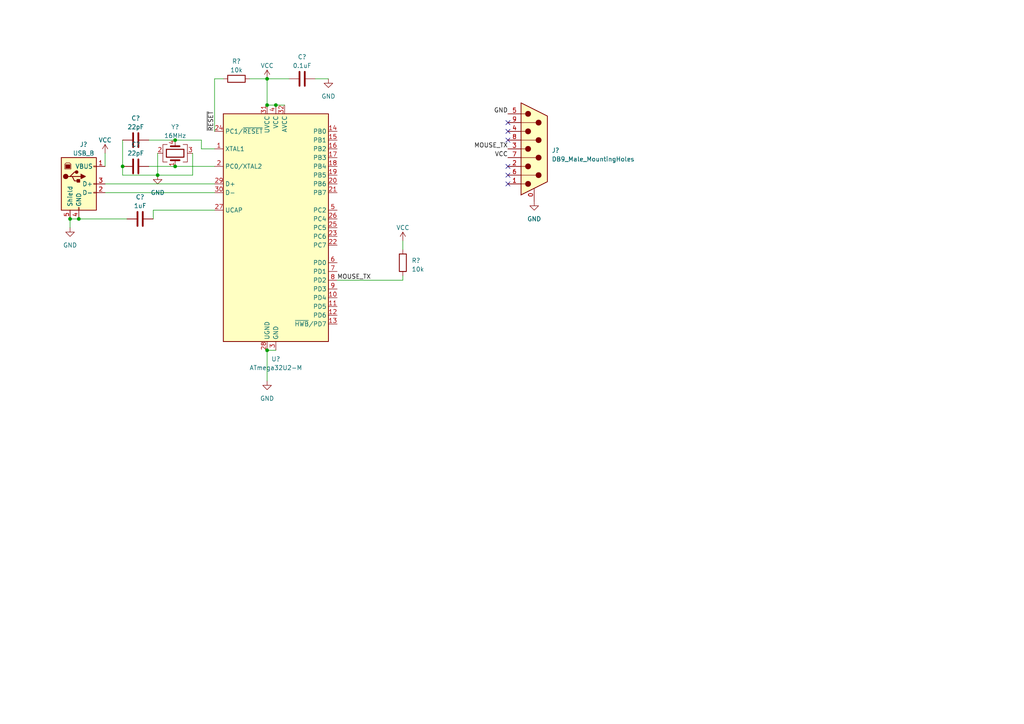
<source format=kicad_sch>
(kicad_sch (version 20210406) (generator eeschema)
  (paper "A4")
  (lib_symbols
    (symbol "Connector:DB9_Male_MountingHoles" (pin_names (offset 1.016) hide)
      (property "Reference" "J" (at 0 16.51 0))
      (property "Value" "DB9_Male_MountingHoles" (at 0 14.605 0))
      (symbol "DB9_Male_MountingHoles_0_1"
        (circle (center -1.778 -10.16) (radius 0.762) (fill (type outline)))
        (circle (center -1.778 -5.08) (radius 0.762) (fill (type outline)))
        (circle (center -1.778 0) (radius 0.762) (fill (type outline)))
        (circle (center -1.778 5.08) (radius 0.762) (fill (type outline)))
        (circle (center -1.778 10.16) (radius 0.762) (fill (type outline)))
        (circle (center 1.27 -7.62) (radius 0.762) (fill (type outline)))
        (circle (center 1.27 -2.54) (radius 0.762) (fill (type outline)))
        (circle (center 1.27 2.54) (radius 0.762) (fill (type outline)))
        (circle (center 1.27 7.62) (radius 0.762) (fill (type outline)))
        (polyline (pts (xy -3.81 -10.16) (xy -2.54 -10.16)))
        (polyline (pts (xy -3.81 -7.62) (xy 0.508 -7.62)))
        (polyline (pts (xy -3.81 -5.08) (xy -2.54 -5.08)))
        (polyline (pts (xy -3.81 -2.54) (xy 0.508 -2.54)))
        (polyline (pts (xy -3.81 0) (xy -2.54 0)))
        (polyline (pts (xy -3.81 2.54) (xy 0.508 2.54)))
        (polyline (pts (xy -3.81 5.08) (xy -2.54 5.08)))
        (polyline (pts (xy -3.81 7.62) (xy 0.508 7.62)))
        (polyline (pts (xy -3.81 10.16) (xy -2.54 10.16)))
        (polyline (pts (xy -3.81 -13.335) (xy -3.81 13.335) (xy 3.81 9.525) (xy 3.81 -9.525) (xy -3.81 -13.335)) (stroke (width 0.254)) (fill (type background)))
      )
      (symbol "DB9_Male_MountingHoles_1_1"
        (pin passive line (at 0 -15.24 90) (length 3.81) (name "PAD") (number "0"))
        (pin passive line (at -7.62 -10.16 0) (length 3.81) (name "1") (number "1"))
        (pin passive line (at -7.62 -5.08 0) (length 3.81) (name "2") (number "2"))
        (pin passive line (at -7.62 0 0) (length 3.81) (name "3") (number "3"))
        (pin passive line (at -7.62 5.08 0) (length 3.81) (name "4") (number "4"))
        (pin passive line (at -7.62 10.16 0) (length 3.81) (name "5") (number "5"))
        (pin passive line (at -7.62 -7.62 0) (length 3.81) (name "6") (number "6"))
        (pin passive line (at -7.62 -2.54 0) (length 3.81) (name "7") (number "7"))
        (pin passive line (at -7.62 2.54 0) (length 3.81) (name "8") (number "8"))
        (pin passive line (at -7.62 7.62 0) (length 3.81) (name "9") (number "9"))
      )
    )
    (symbol "Connector:USB_B" (pin_names (offset 1.016))
      (property "Reference" "J" (at -5.08 11.43 0))
      (property "Value" "USB_B" (at -5.08 8.89 0))
      (symbol "USB_B_0_1"
        (circle (center -3.81 2.159) (radius 0.635) (stroke (width 0.254)) (fill (type outline)))
        (circle (center -0.635 3.429) (radius 0.381) (stroke (width 0.254)) (fill (type outline)))
        (rectangle (start -0.127 -7.62) (end 0.127 -6.858))
        (rectangle (start 5.08 -2.667) (end 4.318 -2.413))
        (rectangle (start 5.08 -0.127) (end 4.318 0.127))
        (rectangle (start 5.08 4.953) (end 4.318 5.207))
        (rectangle (start -3.81 5.588) (end -2.54 4.572) (fill (type outline)))
        (rectangle (start 0.254 1.27) (end -0.508 0.508) (stroke (width 0.254)) (fill (type outline)))
        (rectangle (start -5.08 -7.62) (end 5.08 7.62) (stroke (width 0.254)) (fill (type background)))
        (polyline (pts (xy -1.905 2.159) (xy 0.635 2.159)) (stroke (width 0.254)))
        (polyline (pts (xy -3.175 2.159) (xy -2.54 2.159) (xy -1.27 3.429) (xy -0.635 3.429)) (stroke (width 0.254)))
        (polyline (pts (xy -2.54 2.159) (xy -1.905 2.159) (xy -1.27 0.889) (xy 0 0.889)) (stroke (width 0.254)))
        (polyline (pts (xy -4.064 4.318) (xy -2.286 4.318) (xy -2.286 5.715) (xy -2.667 6.096) (xy -3.683 6.096) (xy -4.064 5.715) (xy -4.064 4.318)))
        (polyline (pts (xy 0.635 2.794) (xy 0.635 1.524) (xy 1.905 2.159) (xy 0.635 2.794)) (stroke (width 0.254)) (fill (type outline)))
      )
      (symbol "USB_B_1_1"
        (pin power_out line (at 7.62 5.08 180) (length 2.54) (name "VBUS") (number "1"))
        (pin bidirectional line (at 7.62 -2.54 180) (length 2.54) (name "D-") (number "2"))
        (pin bidirectional line (at 7.62 0 180) (length 2.54) (name "D+") (number "3"))
        (pin power_out line (at 0 -10.16 90) (length 2.54) (name "GND") (number "4"))
        (pin passive line (at -2.54 -10.16 90) (length 2.54) (name "Shield") (number "5"))
      )
    )
    (symbol "Device:C" (pin_numbers hide) (pin_names (offset 0.254))
      (property "Reference" "C" (at 0.635 2.54 0))
      (property "Value" "C" (at 0.635 -2.54 0))
      (symbol "C_0_1"
        (polyline (pts (xy -2.032 -0.762) (xy 2.032 -0.762)) (stroke (width 0.508)))
        (polyline (pts (xy -2.032 0.762) (xy 2.032 0.762)) (stroke (width 0.508)))
      )
      (symbol "C_1_1"
        (pin passive line (at 0 3.81 270) (length 2.794) (name "~") (number "1"))
        (pin passive line (at 0 -3.81 90) (length 2.794) (name "~") (number "2"))
      )
    )
    (symbol "Device:Crystal_GND23" (pin_names (offset 1.016) hide)
      (property "Reference" "Y" (at 3.175 5.08 0))
      (property "Value" "Crystal_GND23" (at 3.175 3.175 0))
      (symbol "Crystal_GND23_0_1"
        (rectangle (start -1.143 2.54) (end 1.143 -2.54) (stroke (width 0.3048)))
        (polyline (pts (xy -2.54 0) (xy -2.032 0)))
        (polyline (pts (xy -2.032 -1.27) (xy -2.032 1.27)) (stroke (width 0.508)))
        (polyline (pts (xy 0 -3.81) (xy 0 -3.556)))
        (polyline (pts (xy 0 3.556) (xy 0 3.81)))
        (polyline (pts (xy 2.032 -1.27) (xy 2.032 1.27)) (stroke (width 0.508)))
        (polyline (pts (xy 2.032 0) (xy 2.54 0)))
        (polyline (pts (xy -2.54 -2.286) (xy -2.54 -3.556) (xy 2.54 -3.556) (xy 2.54 -2.286)))
        (polyline (pts (xy -2.54 2.286) (xy -2.54 3.556) (xy 2.54 3.556) (xy 2.54 2.286)))
      )
      (symbol "Crystal_GND23_1_1"
        (pin passive line (at -3.81 0 0) (length 1.27) (name "1") (number "1"))
        (pin passive line (at 0 5.08 270) (length 1.27) (name "2") (number "2"))
        (pin passive line (at 0 -5.08 90) (length 1.27) (name "3") (number "3"))
        (pin passive line (at 3.81 0 180) (length 1.27) (name "4") (number "4"))
      )
    )
    (symbol "Device:R" (pin_numbers hide) (pin_names (offset 0))
      (property "Reference" "R" (at 2.032 0 90))
      (property "Value" "R" (at 0 0 90))
      (symbol "R_0_1"
        (rectangle (start -1.016 -2.54) (end 1.016 2.54) (stroke (width 0.254)))
      )
      (symbol "R_1_1"
        (pin passive line (at 0 3.81 270) (length 1.27) (name "~") (number "1"))
        (pin passive line (at 0 -3.81 90) (length 1.27) (name "~") (number "2"))
      )
    )
    (symbol "MCU_Microchip_ATmega:ATmega32U2-M"
      (property "Reference" "U" (at -15.24 34.29 0))
      (property "Value" "ATmega32U2-M" (at 2.54 -34.29 0))
      (symbol "ATmega32U2-M_0_1"
        (rectangle (start -15.24 -33.02) (end 15.24 33.02) (stroke (width 0.254)) (fill (type background)))
      )
      (symbol "ATmega32U2-M_1_1"
        (pin input line (at -17.78 22.86 0) (length 2.54) (name "XTAL1") (number "1"))
        (pin bidirectional line (at 17.78 -20.32 180) (length 2.54) (name "PD4") (number "10"))
        (pin bidirectional line (at 17.78 -22.86 180) (length 2.54) (name "PD5") (number "11"))
        (pin bidirectional line (at 17.78 -25.4 180) (length 2.54) (name "PD6") (number "12"))
        (pin bidirectional line (at 17.78 -27.94 180) (length 2.54) (name "~HWB~/PD7") (number "13"))
        (pin bidirectional line (at 17.78 27.94 180) (length 2.54) (name "PB0") (number "14"))
        (pin bidirectional line (at 17.78 25.4 180) (length 2.54) (name "PB1") (number "15"))
        (pin bidirectional line (at 17.78 22.86 180) (length 2.54) (name "PB2") (number "16"))
        (pin bidirectional line (at 17.78 20.32 180) (length 2.54) (name "PB3") (number "17"))
        (pin bidirectional line (at 17.78 17.78 180) (length 2.54) (name "PB4") (number "18"))
        (pin bidirectional line (at 17.78 15.24 180) (length 2.54) (name "PB5") (number "19"))
        (pin bidirectional line (at -17.78 17.78 0) (length 2.54) (name "PC0/XTAL2") (number "2"))
        (pin bidirectional line (at 17.78 12.7 180) (length 2.54) (name "PB6") (number "20"))
        (pin bidirectional line (at 17.78 10.16 180) (length 2.54) (name "PB7") (number "21"))
        (pin bidirectional line (at 17.78 -5.08 180) (length 2.54) (name "PC7") (number "22"))
        (pin bidirectional line (at 17.78 -2.54 180) (length 2.54) (name "PC6") (number "23"))
        (pin bidirectional line (at -17.78 27.94 0) (length 2.54) (name "PC1/~RESET") (number "24"))
        (pin bidirectional line (at 17.78 0 180) (length 2.54) (name "PC5") (number "25"))
        (pin bidirectional line (at 17.78 2.54 180) (length 2.54) (name "PC4") (number "26"))
        (pin passive line (at -17.78 5.08 0) (length 2.54) (name "UCAP") (number "27"))
        (pin power_in line (at -2.54 -35.56 90) (length 2.54) (name "UGND") (number "28"))
        (pin bidirectional line (at -17.78 12.7 0) (length 2.54) (name "D+") (number "29"))
        (pin power_in line (at 0 -35.56 90) (length 2.54) (name "GND") (number "3"))
        (pin bidirectional line (at -17.78 10.16 0) (length 2.54) (name "D-") (number "30"))
        (pin power_in line (at -2.54 35.56 270) (length 2.54) (name "UVCC") (number "31"))
        (pin power_in line (at 2.54 35.56 270) (length 2.54) (name "AVCC") (number "32"))
        (pin passive line (at 0 -35.56 90) (length 2.54) hide (name "GND") (number "33"))
        (pin power_in line (at 0 35.56 270) (length 2.54) (name "VCC") (number "4"))
        (pin bidirectional line (at 17.78 5.08 180) (length 2.54) (name "PC2") (number "5"))
        (pin bidirectional line (at 17.78 -10.16 180) (length 2.54) (name "PD0") (number "6"))
        (pin bidirectional line (at 17.78 -12.7 180) (length 2.54) (name "PD1") (number "7"))
        (pin bidirectional line (at 17.78 -15.24 180) (length 2.54) (name "PD2") (number "8"))
        (pin bidirectional line (at 17.78 -17.78 180) (length 2.54) (name "PD3") (number "9"))
      )
    )
    (symbol "power:GND" (power) (pin_names (offset 0))
      (property "Value" "GND" (at 0 -3.81 0))
      (symbol "GND_0_1"
        (polyline (pts (xy 0 0) (xy 0 -1.27) (xy 1.27 -1.27) (xy 0 -2.54) (xy -1.27 -1.27) (xy 0 -1.27)))
      )
      (symbol "GND_1_1"
        (pin power_in line (at 0 0 270) (length 0) hide (name "GND") (number "1"))
      )
    )
    (symbol "power:VCC" (power) (pin_names (offset 0))
      (property "Value" "VCC" (at 0 3.81 0))
      (symbol "VCC_0_1"
        (polyline (pts (xy -0.762 1.27) (xy 0 2.54)))
        (polyline (pts (xy 0 0) (xy 0 2.54)))
        (polyline (pts (xy 0 2.54) (xy 0.762 1.27)))
      )
      (symbol "VCC_1_1"
        (pin power_in line (at 0 0 90) (length 0) hide (name "VCC") (number "1"))
      )
    )
  )
  (junction (at 20.32 63.5) (diameter 0.9144))
  (junction (at 22.86 63.5) (diameter 0.9144))
  (junction (at 35.56 48.26) (diameter 0.9144))
  (junction (at 45.72 50.8) (diameter 0.9144))
  (junction (at 50.8 40.64) (diameter 0.9144))
  (junction (at 50.8 48.26) (diameter 0.9144))
  (junction (at 77.47 22.86) (diameter 0.9144))
  (junction (at 77.47 30.48) (diameter 0.9144))
  (junction (at 77.47 101.6) (diameter 0.9144))
  (junction (at 80.01 30.48) (diameter 0.9144))
  (no_connect (at 147.32 35.56))
  (no_connect (at 147.32 38.1))
  (no_connect (at 147.32 40.64))
  (no_connect (at 147.32 48.26))
  (no_connect (at 147.32 50.8))
  (no_connect (at 147.32 53.34))
  (wire (pts (xy 20.32 63.5) (xy 20.32 66.04)))
  (wire (pts (xy 20.32 63.5) (xy 22.86 63.5)))
  (wire (pts (xy 22.86 63.5) (xy 36.83 63.5)))
  (wire (pts (xy 30.48 44.45) (xy 30.48 48.26)))
  (wire (pts (xy 30.48 53.34) (xy 62.23 53.34)))
  (wire (pts (xy 30.48 55.88) (xy 62.23 55.88)))
  (wire (pts (xy 35.56 40.64) (xy 35.56 48.26)))
  (wire (pts (xy 35.56 50.8) (xy 35.56 48.26)))
  (wire (pts (xy 43.18 40.64) (xy 50.8 40.64)))
  (wire (pts (xy 43.18 48.26) (xy 50.8 48.26)))
  (wire (pts (xy 44.45 60.96) (xy 44.45 63.5)))
  (wire (pts (xy 45.72 50.8) (xy 35.56 50.8)))
  (wire (pts (xy 45.72 50.8) (xy 45.72 44.45)))
  (wire (pts (xy 45.72 50.8) (xy 55.88 50.8)))
  (wire (pts (xy 50.8 48.26) (xy 62.23 48.26)))
  (wire (pts (xy 55.88 50.8) (xy 55.88 44.45)))
  (wire (pts (xy 58.42 40.64) (xy 50.8 40.64)))
  (wire (pts (xy 58.42 43.18) (xy 58.42 40.64)))
  (wire (pts (xy 62.23 22.86) (xy 62.23 38.1)))
  (wire (pts (xy 62.23 43.18) (xy 58.42 43.18)))
  (wire (pts (xy 62.23 60.96) (xy 44.45 60.96)))
  (wire (pts (xy 64.77 22.86) (xy 62.23 22.86)))
  (wire (pts (xy 72.39 22.86) (xy 77.47 22.86)))
  (wire (pts (xy 77.47 22.86) (xy 77.47 30.48)))
  (wire (pts (xy 77.47 22.86) (xy 83.82 22.86)))
  (wire (pts (xy 77.47 30.48) (xy 80.01 30.48)))
  (wire (pts (xy 77.47 101.6) (xy 77.47 110.49)))
  (wire (pts (xy 77.47 101.6) (xy 80.01 101.6)))
  (wire (pts (xy 80.01 30.48) (xy 82.55 30.48)))
  (wire (pts (xy 91.44 22.86) (xy 95.25 22.86)))
  (wire (pts (xy 97.79 81.28) (xy 116.84 81.28)))
  (wire (pts (xy 116.84 69.85) (xy 116.84 72.39)))
  (wire (pts (xy 116.84 80.01) (xy 116.84 81.28)))
  (label "~RESET" (at 62.23 38.1 90))
  (label "MOUSE_TX" (at 97.79 81.28 0))
  (label "GND" (at 147.32 33.02 180))
  (label "MOUSE_TX" (at 147.32 43.18 180))
  (label "VCC" (at 147.32 45.72 180))
  (symbol (lib_id "power:VCC") (at 30.48 44.45 0) (unit 1)
    (property "Reference" "#PWR?" (effects hide))
    (property "Value" "VCC" (at 30.48 40.64 0))
  )
  (symbol (lib_id "power:VCC") (at 77.47 22.86 0) (unit 1)
    (property "Reference" "#PWR?" (effects hide))
    (property "Value" "VCC" (at 77.47 19.05 0))
  )
  (symbol (lib_id "power:VCC") (at 116.84 69.85 0) (unit 1)
    (property "Reference" "#PWR?" (effects hide))
    (property "Value" "VCC" (at 116.84 66.04 0))
  )
  (symbol (lib_id "power:GND") (at 20.32 66.04 0) (unit 1)
    (property "Reference" "#PWR?" (effects hide))
    (property "Value" "GND" (at 20.32 71.12 0))
  )
  (symbol (lib_id "power:GND") (at 45.72 50.8 0) (unit 1)
    (property "Reference" "#PWR?" (effects hide))
    (property "Value" "GND" (at 45.72 55.88 0))
  )
  (symbol (lib_id "power:GND") (at 77.47 110.49 0) (unit 1)
    (property "Reference" "#PWR?" (effects hide))
    (property "Value" "GND" (at 77.47 115.57 0))
  )
  (symbol (lib_id "power:GND") (at 95.25 22.86 0) (unit 1)
    (property "Reference" "#PWR?" (effects hide))
    (property "Value" "GND" (at 95.25 27.94 0))
  )
  (symbol (lib_id "power:GND") (at 154.94 58.42 0) (unit 1)
    (property "Reference" "#PWR?" (effects hide))
    (property "Value" "GND" (at 154.94 63.5 0))
  )
  (symbol (lib_id "Device:R") (at 68.58 22.86 90) (unit 1)
    (property "Reference" "R?" (at 68.58 17.78 90))
    (property "Value" "10k" (at 68.58 20.32 90))
  )
  (symbol (lib_id "Device:R") (at 116.84 76.2 180) (unit 1)
    (property "Reference" "R?" (at 119.38 75.5649 0) (effects (justify right)))
    (property "Value" "10k" (at 119.38 78.1049 0) (effects (justify right)))
  )
  (symbol (lib_id "Device:C") (at 39.37 40.64 90) (unit 1)
    (property "Reference" "C?" (at 39.37 34.29 90))
    (property "Value" "22pF" (at 39.37 36.83 90))
  )
  (symbol (lib_id "Device:C") (at 39.37 48.26 90) (unit 1)
    (property "Reference" "C?" (at 39.37 41.91 90))
    (property "Value" "22pF" (at 39.37 44.45 90))
  )
  (symbol (lib_id "Device:C") (at 40.64 63.5 90) (unit 1)
    (property "Reference" "C?" (at 40.64 57.15 90))
    (property "Value" "1uF" (at 40.64 59.69 90))
  )
  (symbol (lib_id "Device:C") (at 87.63 22.86 90) (unit 1)
    (property "Reference" "C?" (at 87.63 16.51 90))
    (property "Value" "0.1uF" (at 87.63 19.05 90))
  )
  (symbol (lib_id "Device:Crystal_GND23") (at 50.8 44.45 90) (unit 1)
    (property "Reference" "Y?" (at 50.8 36.83 90))
    (property "Value" "16MHz" (at 50.8 39.37 90))
  )
  (symbol (lib_id "Connector:USB_B") (at 22.86 53.34 0) (unit 1)
    (property "Reference" "J?" (at 24.257 41.91 0))
    (property "Value" "USB_B" (at 24.257 44.45 0))
    (property "Datasheet" " ~" (effects hide))
  )
  (symbol (lib_id "Connector:DB9_Male_MountingHoles") (at 154.94 43.18 0) (unit 1)
    (property "Reference" "J?" (at 160.02 43.6244 0) (effects (justify left)))
    (property "Value" "DB9_Male_MountingHoles" (at 160.02 46.1644 0) (effects (justify left)))
    (property "Datasheet" " ~" (effects hide))
  )
  (symbol (lib_id "MCU_Microchip_ATmega:ATmega32U2-M") (at 80.01 66.04 0) (unit 1)
    (property "Reference" "U?" (at 80.01 104.14 0))
    (property "Value" "ATmega32U2-M" (at 80.01 106.68 0))
    (property "Footprint" "Package_DFN_QFN:QFN-32-1EP_5x5mm_P0.5mm_EP3.1x3.1mm" (effects hide))
    (property "Datasheet" "http://ww1.microchip.com/downloads/en/DeviceDoc/doc7799.pdf" (effects hide))
  )
)
</source>
